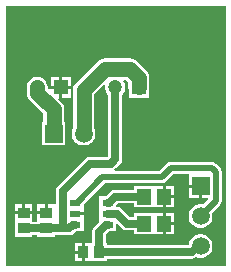
<source format=gbr>
%TF.GenerationSoftware,Altium Limited,Altium Designer,22.7.1 (60)*%
G04 Layer_Physical_Order=1*
G04 Layer_Color=255*
%FSLAX45Y45*%
%MOMM*%
%TF.SameCoordinates,04235CBA-543E-4B11-AFE6-CF9E8B66919D*%
%TF.FilePolarity,Positive*%
%TF.FileFunction,Copper,L1,Top,Signal*%
%TF.Part,Single*%
G01*
G75*
%TA.AperFunction,SMDPad,CuDef*%
%ADD10R,1.15000X1.35000*%
%ADD11R,0.95250X0.60960*%
%TA.AperFunction,ConnectorPad*%
%ADD12R,0.90000X1.00000*%
%TA.AperFunction,SMDPad,CuDef*%
%ADD13R,1.00000X0.90000*%
%TA.AperFunction,Conductor*%
%ADD14C,1.27000*%
%ADD15C,0.50800*%
%ADD16C,0.63500*%
%TA.AperFunction,ComponentPad*%
%ADD17R,1.50000X1.50000*%
%ADD18C,1.50000*%
%ADD19R,1.50000X1.50000*%
%ADD20C,1.20000*%
%ADD21R,1.20000X1.20000*%
G36*
X11176000Y6273800D02*
X9309100D01*
Y8470900D01*
X11176000D01*
Y6273800D01*
D02*
G37*
%LPC*%
G36*
X9862800Y7866800D02*
X9790100D01*
Y7794100D01*
X9862800D01*
Y7866800D01*
D02*
G37*
G36*
X9764700D02*
X9692000D01*
Y7794100D01*
X9764700D01*
Y7866800D01*
D02*
G37*
G36*
X9862800Y7768700D02*
X9790100D01*
Y7696000D01*
X9862800D01*
Y7768700D01*
D02*
G37*
G36*
X10363405Y8027167D02*
X10147300D01*
X10124093Y8024112D01*
X10102466Y8015154D01*
X10083896Y8000904D01*
X10083895Y8000903D01*
X9906096Y7823104D01*
X9891846Y7804534D01*
X9882888Y7782907D01*
X9879833Y7759700D01*
Y7436892D01*
X9875942Y7430153D01*
X9869100Y7404618D01*
Y7378182D01*
X9875942Y7352647D01*
X9889160Y7329753D01*
X9907853Y7311060D01*
X9930747Y7297842D01*
X9956282Y7291000D01*
X9982718D01*
X10008253Y7297842D01*
X10031147Y7311060D01*
X10049840Y7329753D01*
X10063058Y7352647D01*
X10069900Y7378182D01*
Y7404618D01*
X10063058Y7430153D01*
X10059167Y7436892D01*
Y7722559D01*
X10142913Y7806304D01*
X10154299Y7799730D01*
X10152400Y7792643D01*
Y7770157D01*
X10158220Y7748437D01*
X10169463Y7728963D01*
X10179530Y7718896D01*
Y7198734D01*
X10176466Y7195670D01*
X10020300D01*
X9998001Y7191234D01*
X9979097Y7178603D01*
X9750497Y6950003D01*
X9737866Y6931099D01*
X9733430Y6908800D01*
Y6802902D01*
X9727400Y6792700D01*
X9664700D01*
Y6722300D01*
X9652000D01*
Y6709600D01*
X9576600D01*
Y6645570D01*
X9536900D01*
Y6709600D01*
X9386100D01*
Y6651900D01*
Y6516900D01*
X9536900D01*
Y6529030D01*
X9576600D01*
Y6516900D01*
X9727400D01*
Y6529030D01*
X9850565D01*
X9872864Y6533466D01*
X9891768Y6546097D01*
X9909008Y6563337D01*
X9909123Y6563360D01*
X9970135D01*
Y6657340D01*
Y6700520D01*
X9897110D01*
Y6725920D01*
X9970135D01*
Y6789830D01*
X10151609Y6971305D01*
X10631848D01*
X10651670Y6975247D01*
X10668473Y6986475D01*
X10728303Y7046305D01*
X10859700D01*
Y6959600D01*
X10960100D01*
Y6946900D01*
X10972800D01*
Y6846500D01*
X11022490D01*
X11027751Y6833800D01*
X10984306Y6790356D01*
X10973318Y6793300D01*
X10946882D01*
X10921347Y6786458D01*
X10898453Y6773240D01*
X10879760Y6754547D01*
X10866542Y6731653D01*
X10859700Y6706118D01*
Y6679682D01*
X10866542Y6654147D01*
X10879760Y6631253D01*
X10898453Y6612560D01*
X10921347Y6599342D01*
X10946882Y6592500D01*
X10973318D01*
X10998853Y6599342D01*
X11021747Y6612560D01*
X11040440Y6631253D01*
X11053658Y6654147D01*
X11060500Y6679682D01*
Y6706118D01*
X11057556Y6717106D01*
X11123725Y6783275D01*
X11134953Y6800079D01*
X11138895Y6819900D01*
Y7068342D01*
X11134953Y7088163D01*
X11123725Y7104967D01*
X11123724Y7104967D01*
X11093967Y7134725D01*
X11077163Y7145953D01*
X11057342Y7149895D01*
X10706849D01*
X10687027Y7145953D01*
X10670224Y7134725D01*
X10610394Y7074895D01*
X10232784D01*
X10228932Y7087595D01*
X10241805Y7096197D01*
X10279003Y7133395D01*
X10291634Y7152299D01*
X10296070Y7174598D01*
Y7718896D01*
X10306137Y7728963D01*
X10317380Y7748437D01*
X10323200Y7770157D01*
Y7792643D01*
X10317380Y7814363D01*
X10306137Y7833837D01*
X10303874Y7836100D01*
X10308734Y7847833D01*
X10326264D01*
X10348133Y7825964D01*
Y7781400D01*
X10351188Y7758192D01*
X10352400Y7755267D01*
Y7696000D01*
X10411667D01*
X10414593Y7694788D01*
X10437800Y7691733D01*
X10461008Y7694788D01*
X10463933Y7696000D01*
X10523200D01*
Y7755267D01*
X10524412Y7758192D01*
X10527467Y7781400D01*
Y7863105D01*
X10524412Y7886312D01*
X10515454Y7907938D01*
X10501204Y7926509D01*
X10426809Y8000904D01*
X10408239Y8015154D01*
X10386612Y8024112D01*
X10363405Y8027167D01*
D02*
G37*
G36*
X9577400Y7871067D02*
X9554192Y7868011D01*
X9532566Y7859054D01*
X9513996Y7844804D01*
X9499746Y7826233D01*
X9490788Y7804607D01*
X9487733Y7781400D01*
Y7735676D01*
X9490788Y7712469D01*
X9499746Y7690843D01*
X9513996Y7672272D01*
X9625833Y7560435D01*
Y7491800D01*
X9615100D01*
Y7291000D01*
X9815900D01*
Y7491800D01*
X9805167D01*
Y7597576D01*
X9802112Y7620784D01*
X9793154Y7642410D01*
X9778904Y7660980D01*
X9755618Y7684267D01*
X9760478Y7696000D01*
X9764700D01*
Y7768700D01*
X9692000D01*
Y7764478D01*
X9680267Y7759618D01*
X9667067Y7772818D01*
Y7781400D01*
X9664012Y7804607D01*
X9655054Y7826233D01*
X9640804Y7844804D01*
X9622233Y7859054D01*
X9600607Y7868011D01*
X9577400Y7871067D01*
D02*
G37*
G36*
X10665200Y6950900D02*
Y6870700D01*
X10735400D01*
Y6950900D01*
X10665200D01*
D02*
G37*
G36*
X10947400Y6934200D02*
X10859700D01*
Y6846500D01*
X10947400D01*
Y6934200D01*
D02*
G37*
G36*
X10735400Y6845300D02*
X10665200D01*
Y6765100D01*
X10735400D01*
Y6845300D01*
D02*
G37*
G36*
X10569600Y6950900D02*
X10560400D01*
X10556900Y6950900D01*
X10394600D01*
Y6916270D01*
X10238105D01*
X10215806Y6911834D01*
X10196902Y6899203D01*
X10160802Y6863103D01*
X10160687Y6863080D01*
X10099675D01*
Y6751320D01*
Y6643226D01*
X10059297Y6602848D01*
X10046666Y6583944D01*
X10042230Y6561645D01*
Y6463500D01*
X9978200D01*
Y6388100D01*
Y6312700D01*
X10170900D01*
Y6329830D01*
X10885893D01*
X10908192Y6334266D01*
X10923789Y6344688D01*
X10946882Y6338500D01*
X10973318D01*
X10998853Y6345342D01*
X11021747Y6358560D01*
X11040440Y6377253D01*
X11053658Y6400147D01*
X11060500Y6425682D01*
Y6452118D01*
X11053658Y6477653D01*
X11040440Y6500547D01*
X11021747Y6519240D01*
X10998853Y6532458D01*
X10973318Y6539300D01*
X10946882D01*
X10921347Y6532458D01*
X10898453Y6519240D01*
X10879760Y6500547D01*
X10866542Y6477653D01*
X10859700Y6452118D01*
Y6446370D01*
X10170900D01*
Y6463500D01*
X10158770D01*
Y6537509D01*
X10184598Y6563337D01*
X10184713Y6563360D01*
X10245725D01*
Y6622476D01*
X10257458Y6627336D01*
X10296597Y6588197D01*
X10315501Y6575566D01*
X10337800Y6571130D01*
X10396000D01*
Y6536500D01*
X10558300D01*
X10561800Y6536500D01*
X10571000D01*
X10574500Y6536500D01*
X10641200D01*
Y6629400D01*
Y6722300D01*
X10574500D01*
X10571000Y6722300D01*
X10561800D01*
X10558300Y6722300D01*
X10396000D01*
Y6687670D01*
X10361936D01*
X10296453Y6753153D01*
X10277549Y6765784D01*
X10255250Y6770220D01*
X10245725D01*
Y6783214D01*
X10262241Y6799730D01*
X10394600D01*
Y6765100D01*
X10556900D01*
X10560400Y6765100D01*
X10569600D01*
X10573100Y6765100D01*
X10639800D01*
Y6858000D01*
Y6950900D01*
X10573100D01*
X10569600Y6950900D01*
D02*
G37*
G36*
X9639300Y6792700D02*
X9576600D01*
Y6735000D01*
X9639300D01*
Y6792700D01*
D02*
G37*
G36*
X9536900D02*
X9474200D01*
Y6735000D01*
X9536900D01*
Y6792700D01*
D02*
G37*
G36*
X9448800D02*
X9386100D01*
Y6735000D01*
X9448800D01*
Y6792700D01*
D02*
G37*
G36*
X10666600Y6722300D02*
Y6642100D01*
X10736800D01*
Y6722300D01*
X10666600D01*
D02*
G37*
G36*
X10736800Y6616700D02*
X10666600D01*
Y6536500D01*
X10736800D01*
Y6616700D01*
D02*
G37*
G36*
X9952800Y6463500D02*
X9895100D01*
Y6400800D01*
X9952800D01*
Y6463500D01*
D02*
G37*
G36*
Y6375400D02*
X9895100D01*
Y6312700D01*
X9952800D01*
Y6375400D01*
D02*
G37*
%LPD*%
D10*
X10478900Y6629400D02*
D03*
X10653900D02*
D03*
X10477500Y6858000D02*
D03*
X10652500D02*
D03*
D11*
X9897110Y6807200D02*
D03*
Y6713220D02*
D03*
Y6619240D02*
D03*
X10172700D02*
D03*
Y6713220D02*
D03*
Y6807200D02*
D03*
D12*
X9965500Y6388100D02*
D03*
X10100500D02*
D03*
D13*
X9652000Y6722300D02*
D03*
Y6587300D02*
D03*
X9461500Y6722300D02*
D03*
Y6587300D02*
D03*
D14*
X9715500Y7391400D02*
Y7597576D01*
X9577400Y7735676D02*
X9715500Y7597576D01*
X9577400Y7735676D02*
Y7781400D01*
X10147300Y7937500D02*
X10363405D01*
X10437800Y7781400D02*
Y7863105D01*
X10363405Y7937500D02*
X10437800Y7863105D01*
X9969500Y7391400D02*
Y7759700D01*
X10147300Y7937500D01*
D15*
X11087100Y6819900D02*
Y7068342D01*
X10706849Y7098100D02*
X11057342D01*
X10960100Y6692900D02*
X11087100Y6819900D01*
X11057342Y7098100D02*
X11087100Y7068342D01*
X10631848Y7023100D02*
X10706849Y7098100D01*
X9914255Y6807200D02*
X10130155Y7023100D01*
X10631848D01*
X9897110Y6807200D02*
X9914255D01*
D16*
X10885893Y6388100D02*
X10936693Y6438900D01*
X10100500Y6388100D02*
X10885893D01*
X10936693Y6438900D02*
X10960100D01*
X10237800Y7174598D02*
Y7781400D01*
X10200602Y7137400D02*
X10237800Y7174598D01*
X10020300Y7137400D02*
X10200602D01*
X9791700Y6908800D02*
X10020300Y7137400D01*
X9791700Y6587300D02*
X9850565D01*
X9652000D02*
X9791700D01*
Y6908800D01*
X10187305Y6807200D02*
X10238105Y6858000D01*
X10477500D01*
X10172700Y6807200D02*
X10187305D01*
X10255250Y6711950D02*
X10337800Y6629400D01*
X10173970Y6711950D02*
X10255250D01*
X10337800Y6629400D02*
X10478900D01*
X10172700Y6713220D02*
X10173970Y6711950D01*
X10158095Y6619240D02*
X10172700D01*
X10100500Y6388100D02*
Y6561645D01*
X10158095Y6619240D01*
X9850565Y6587300D02*
X9882505Y6619240D01*
X9897110D01*
X9461500Y6587300D02*
X9652000D01*
D17*
X10960100Y6946900D02*
D03*
D18*
Y6692900D02*
D03*
Y6438900D02*
D03*
X9969500Y7391400D02*
D03*
D19*
X9715500D02*
D03*
D20*
X10237800Y7781400D02*
D03*
X9577400D02*
D03*
D21*
X10437800D02*
D03*
X9777400D02*
D03*
%TF.MD5,96cc8fafff7e3c016680ebdcf93cde65*%
M02*

</source>
